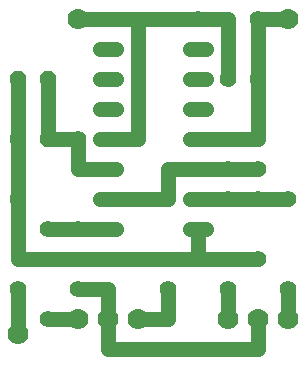
<source format=gbl>
G75*
%MOIN*%
%OFA0B0*%
%FSLAX25Y25*%
%IPPOS*%
%LPD*%
%AMOC8*
5,1,8,0,0,1.08239X$1,22.5*
%
%ADD10C,0.05543*%
%ADD11C,0.05150*%
%ADD12OC8,0.05200*%
%ADD13C,0.07000*%
%ADD14C,0.05000*%
D10*
X0022907Y0040337D03*
X0012907Y0050337D03*
X0022907Y0070337D03*
X0032907Y0070337D03*
X0032907Y0050337D03*
X0012907Y0080337D03*
X0032907Y0100337D03*
X0072907Y0140337D03*
X0082907Y0120337D03*
X0092907Y0120337D03*
X0092907Y0140337D03*
X0092907Y0090337D03*
X0092907Y0080337D03*
X0082907Y0080337D03*
X0082907Y0090337D03*
X0102907Y0080337D03*
X0092907Y0060337D03*
X0082907Y0050337D03*
X0062907Y0050337D03*
X0102907Y0050337D03*
D11*
X0075482Y0070337D02*
X0070332Y0070337D01*
X0070332Y0080337D02*
X0075482Y0080337D01*
X0075482Y0090337D02*
X0070332Y0090337D01*
X0070332Y0100337D02*
X0075482Y0100337D01*
X0075482Y0110337D02*
X0070332Y0110337D01*
X0070332Y0120337D02*
X0075482Y0120337D01*
X0075482Y0130337D02*
X0070332Y0130337D01*
X0045482Y0130337D02*
X0040332Y0130337D01*
X0040332Y0120337D02*
X0045482Y0120337D01*
X0045482Y0110337D02*
X0040332Y0110337D01*
X0040332Y0100337D02*
X0045482Y0100337D01*
X0045482Y0090337D02*
X0040332Y0090337D01*
X0040332Y0080337D02*
X0045482Y0080337D01*
X0045482Y0070337D02*
X0040332Y0070337D01*
D12*
X0022907Y0100337D03*
X0012907Y0100337D03*
X0012907Y0120337D03*
X0022907Y0120337D03*
D13*
X0012907Y0035337D03*
X0032907Y0040337D03*
X0042907Y0040337D03*
X0052907Y0040337D03*
X0082907Y0040337D03*
X0092907Y0040337D03*
X0102907Y0040337D03*
X0102907Y0140337D03*
X0032907Y0140337D03*
D14*
X0052907Y0140337D01*
X0072907Y0140337D01*
X0062907Y0140337D01*
X0052907Y0140337D02*
X0052907Y0100337D01*
X0042907Y0100337D01*
X0042907Y0090337D02*
X0032907Y0090337D01*
X0032907Y0100337D01*
X0022907Y0100337D01*
X0022907Y0120337D01*
X0012907Y0120337D02*
X0012907Y0100337D01*
X0012907Y0080337D02*
X0012907Y0120337D01*
X0012907Y0080337D02*
X0012907Y0060337D01*
X0072907Y0060337D01*
X0072907Y0070337D01*
X0072907Y0060337D02*
X0092907Y0060337D01*
X0082907Y0050337D02*
X0082907Y0040337D01*
X0092907Y0040337D02*
X0092907Y0030337D01*
X0042907Y0030337D01*
X0042907Y0040337D01*
X0042907Y0050337D01*
X0032907Y0050337D01*
X0032907Y0040337D02*
X0022907Y0040337D01*
X0012907Y0035337D02*
X0012907Y0050337D01*
X0022907Y0070337D02*
X0032907Y0070337D01*
X0042907Y0070337D02*
X0022907Y0070337D01*
X0042907Y0080337D02*
X0062907Y0080337D01*
X0062907Y0090337D01*
X0072907Y0090337D01*
X0082907Y0090337D01*
X0092907Y0090337D01*
X0092907Y0100337D02*
X0072907Y0100337D01*
X0072907Y0080337D02*
X0082907Y0080337D01*
X0102907Y0080337D01*
X0092907Y0080337D01*
X0092907Y0100337D02*
X0092907Y0120337D01*
X0092907Y0140337D01*
X0102907Y0140337D01*
X0082907Y0140337D02*
X0082907Y0120337D01*
X0082907Y0140337D02*
X0072907Y0140337D01*
X0062907Y0050337D02*
X0062907Y0040337D01*
X0052907Y0040337D01*
X0102907Y0040337D02*
X0102907Y0050337D01*
M02*

</source>
